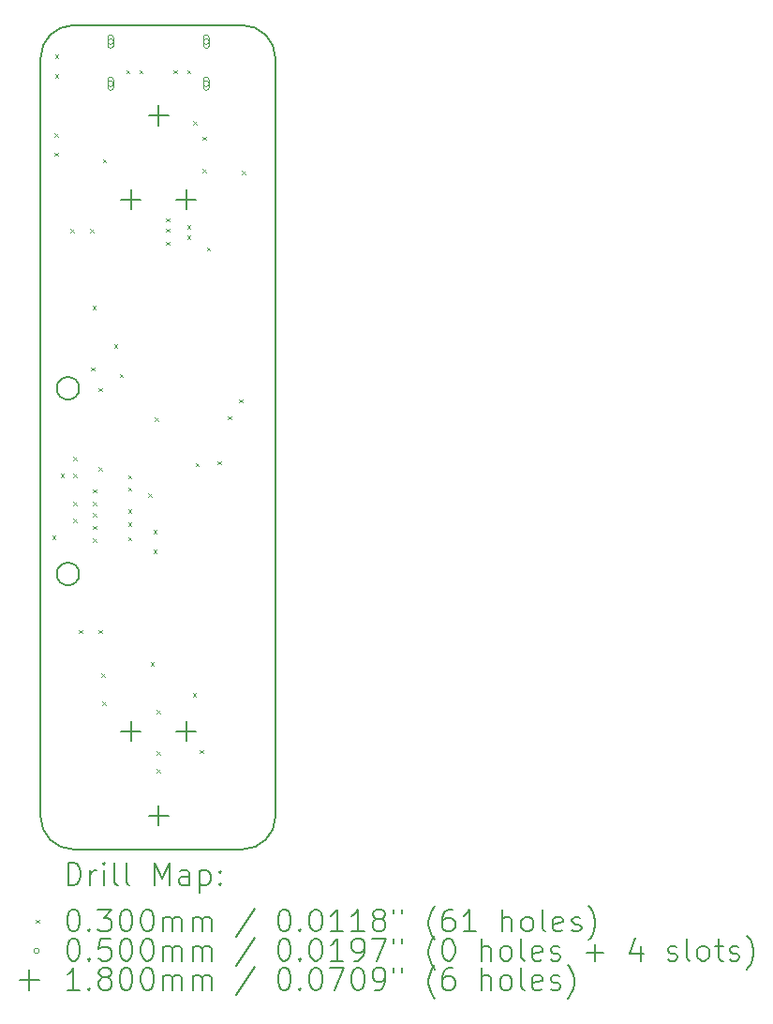
<source format=gbr>
%TF.GenerationSoftware,KiCad,Pcbnew,9.0.3*%
%TF.CreationDate,2025-11-14T23:11:59-05:00*%
%TF.ProjectId,Photon,50686f74-6f6e-42e6-9b69-6361645f7063,1.3*%
%TF.SameCoordinates,Original*%
%TF.FileFunction,Drillmap*%
%TF.FilePolarity,Positive*%
%FSLAX45Y45*%
G04 Gerber Fmt 4.5, Leading zero omitted, Abs format (unit mm)*
G04 Created by KiCad (PCBNEW 9.0.3) date 2025-11-14 23:11:59*
%MOMM*%
%LPD*%
G01*
G04 APERTURE LIST*
%ADD10C,0.200000*%
%ADD11C,0.100000*%
%ADD12C,0.180000*%
G04 APERTURE END LIST*
D10*
X4221200Y-9174200D02*
X4221200Y-2332000D01*
X6045200Y-2032000D02*
G75*
G02*
X6345200Y-2332000I0J-300000D01*
G01*
X6345200Y-9174200D02*
G75*
G02*
X6045200Y-9474200I-300000J0D01*
G01*
X4572000Y-5310402D02*
G75*
G02*
X4368800Y-5310402I-101600J0D01*
G01*
X4368800Y-5310402D02*
G75*
G02*
X4572000Y-5310402I101600J0D01*
G01*
X4572000Y-6986802D02*
G75*
G02*
X4368800Y-6986802I-101600J0D01*
G01*
X4368800Y-6986802D02*
G75*
G02*
X4572000Y-6986802I101600J0D01*
G01*
X4521200Y-2032000D02*
X6045200Y-2032000D01*
X4521200Y-9474200D02*
G75*
G02*
X4221200Y-9174200I0J300000D01*
G01*
X6345200Y-2332000D02*
X6345200Y-9174200D01*
X4221200Y-2332000D02*
G75*
G02*
X4521200Y-2032000I300000J0D01*
G01*
X6045200Y-9474200D02*
X4521200Y-9474200D01*
D11*
X4328400Y-6639800D02*
X4358400Y-6669800D01*
X4358400Y-6639800D02*
X4328400Y-6669800D01*
X4347800Y-3007050D02*
X4377800Y-3037050D01*
X4377800Y-3007050D02*
X4347800Y-3037050D01*
X4347800Y-3182450D02*
X4377800Y-3212450D01*
X4377800Y-3182450D02*
X4347800Y-3212450D01*
X4353800Y-2296400D02*
X4383800Y-2326400D01*
X4383800Y-2296400D02*
X4353800Y-2326400D01*
X4353800Y-2474200D02*
X4383800Y-2504200D01*
X4383800Y-2474200D02*
X4353800Y-2504200D01*
X4404600Y-6081000D02*
X4434600Y-6111000D01*
X4434600Y-6081000D02*
X4404600Y-6111000D01*
X4493500Y-3870200D02*
X4523500Y-3900200D01*
X4523500Y-3870200D02*
X4493500Y-3900200D01*
X4517800Y-5928600D02*
X4547800Y-5958600D01*
X4547800Y-5928600D02*
X4517800Y-5958600D01*
X4517800Y-6081000D02*
X4547800Y-6111000D01*
X4547800Y-6081000D02*
X4517800Y-6111000D01*
X4517800Y-6335000D02*
X4547800Y-6365000D01*
X4547800Y-6335000D02*
X4517800Y-6365000D01*
X4517800Y-6487400D02*
X4547800Y-6517400D01*
X4547800Y-6487400D02*
X4517800Y-6517400D01*
X4568600Y-7490700D02*
X4598600Y-7520700D01*
X4598600Y-7490700D02*
X4568600Y-7520700D01*
X4671300Y-3871200D02*
X4701300Y-3901200D01*
X4701300Y-3871200D02*
X4671300Y-3901200D01*
X4677510Y-5122010D02*
X4707510Y-5152010D01*
X4707510Y-5122010D02*
X4677510Y-5152010D01*
X4691243Y-4567072D02*
X4721243Y-4597072D01*
X4721243Y-4567072D02*
X4691243Y-4597072D01*
X4697800Y-6222200D02*
X4727800Y-6252200D01*
X4727800Y-6222200D02*
X4697800Y-6252200D01*
X4697800Y-6335000D02*
X4727800Y-6365000D01*
X4727800Y-6335000D02*
X4697800Y-6365000D01*
X4697800Y-6436600D02*
X4727800Y-6466600D01*
X4727800Y-6436600D02*
X4697800Y-6466600D01*
X4697800Y-6550760D02*
X4727800Y-6580760D01*
X4727800Y-6550760D02*
X4697800Y-6580760D01*
X4697800Y-6665200D02*
X4727800Y-6695200D01*
X4727800Y-6665200D02*
X4697800Y-6695200D01*
X4746000Y-5308079D02*
X4776000Y-5338079D01*
X4776000Y-5308079D02*
X4746000Y-5338079D01*
X4748912Y-7490700D02*
X4778912Y-7520700D01*
X4778912Y-7490700D02*
X4748912Y-7520700D01*
X4749000Y-6022338D02*
X4779000Y-6052338D01*
X4779000Y-6022338D02*
X4749000Y-6052338D01*
X4774250Y-7884400D02*
X4804250Y-7914400D01*
X4804250Y-7884400D02*
X4774250Y-7914400D01*
X4780520Y-8139620D02*
X4810520Y-8169620D01*
X4810520Y-8139620D02*
X4780520Y-8169620D01*
X4785600Y-3239940D02*
X4815600Y-3269940D01*
X4815600Y-3239940D02*
X4785600Y-3269940D01*
X4887200Y-4912321D02*
X4917200Y-4942321D01*
X4917200Y-4912321D02*
X4887200Y-4942321D01*
X4938762Y-5181562D02*
X4968762Y-5211562D01*
X4968762Y-5181562D02*
X4938762Y-5211562D01*
X4997880Y-2437600D02*
X5027880Y-2467600D01*
X5027880Y-2437600D02*
X4997880Y-2467600D01*
X5014200Y-6093700D02*
X5044200Y-6123700D01*
X5044200Y-6093700D02*
X5014200Y-6123700D01*
X5014200Y-6206500D02*
X5044200Y-6236500D01*
X5044200Y-6206500D02*
X5014200Y-6236500D01*
X5014200Y-6403400D02*
X5044200Y-6433400D01*
X5044200Y-6403400D02*
X5014200Y-6433400D01*
X5014200Y-6522400D02*
X5044200Y-6552400D01*
X5044200Y-6522400D02*
X5014200Y-6552400D01*
X5014200Y-6652500D02*
X5044200Y-6682500D01*
X5044200Y-6652500D02*
X5014200Y-6682500D01*
X5115800Y-2437600D02*
X5145800Y-2467600D01*
X5145800Y-2437600D02*
X5115800Y-2467600D01*
X5196543Y-6260320D02*
X5226543Y-6290320D01*
X5226543Y-6260320D02*
X5196543Y-6290320D01*
X5217400Y-7782800D02*
X5247400Y-7812800D01*
X5247400Y-7782800D02*
X5217400Y-7812800D01*
X5241646Y-6768783D02*
X5271646Y-6798783D01*
X5271646Y-6768783D02*
X5241646Y-6798783D01*
X5242800Y-6589000D02*
X5272800Y-6619000D01*
X5272800Y-6589000D02*
X5242800Y-6619000D01*
X5255500Y-5573000D02*
X5285500Y-5603000D01*
X5285500Y-5573000D02*
X5255500Y-5603000D01*
X5272880Y-8214600D02*
X5302880Y-8244600D01*
X5302880Y-8214600D02*
X5272880Y-8244600D01*
X5272880Y-8588000D02*
X5302880Y-8618000D01*
X5302880Y-8588000D02*
X5272880Y-8618000D01*
X5272880Y-8748000D02*
X5302880Y-8778000D01*
X5302880Y-8748000D02*
X5272880Y-8778000D01*
X5356080Y-3774680D02*
X5386080Y-3804680D01*
X5386080Y-3774680D02*
X5356080Y-3804680D01*
X5356080Y-3867559D02*
X5386080Y-3897559D01*
X5386080Y-3867559D02*
X5356080Y-3897559D01*
X5356080Y-3988040D02*
X5386080Y-4018040D01*
X5386080Y-3988040D02*
X5356080Y-4018040D01*
X5424880Y-2437600D02*
X5454880Y-2467600D01*
X5454880Y-2437600D02*
X5424880Y-2467600D01*
X5547600Y-2437600D02*
X5577600Y-2467600D01*
X5577600Y-2437600D02*
X5547600Y-2467600D01*
X5548392Y-3837219D02*
X5578392Y-3867219D01*
X5578392Y-3837219D02*
X5548392Y-3867219D01*
X5548392Y-3932468D02*
X5578392Y-3962468D01*
X5578392Y-3932468D02*
X5548392Y-3962468D01*
X5598400Y-8062200D02*
X5628400Y-8092200D01*
X5628400Y-8062200D02*
X5598400Y-8092200D01*
X5600380Y-2900940D02*
X5630380Y-2930940D01*
X5630380Y-2900940D02*
X5600380Y-2930940D01*
X5623800Y-5984480D02*
X5653800Y-6014480D01*
X5653800Y-5984480D02*
X5623800Y-6014480D01*
X5661350Y-8575280D02*
X5691350Y-8605280D01*
X5691350Y-8575280D02*
X5661350Y-8605280D01*
X5684760Y-3038080D02*
X5714760Y-3068080D01*
X5714760Y-3038080D02*
X5684760Y-3068080D01*
X5684760Y-3328980D02*
X5714760Y-3358980D01*
X5714760Y-3328980D02*
X5684760Y-3358980D01*
X5725400Y-4038840D02*
X5755400Y-4068840D01*
X5755400Y-4038840D02*
X5725400Y-4068840D01*
X5821920Y-5969240D02*
X5851920Y-5999240D01*
X5851920Y-5969240D02*
X5821920Y-5999240D01*
X5915580Y-5560033D02*
X5945580Y-5590033D01*
X5945580Y-5560033D02*
X5915580Y-5590033D01*
X6018046Y-5407354D02*
X6048046Y-5437354D01*
X6048046Y-5407354D02*
X6018046Y-5437354D01*
X6042900Y-3347960D02*
X6072900Y-3377960D01*
X6072900Y-3347960D02*
X6042900Y-3377960D01*
X4880880Y-2180600D02*
G75*
G02*
X4830880Y-2180600I-25000J0D01*
G01*
X4830880Y-2180600D02*
G75*
G02*
X4880880Y-2180600I25000J0D01*
G01*
X4880880Y-2215600D02*
X4880880Y-2145600D01*
X4830880Y-2145600D02*
G75*
G02*
X4880880Y-2145600I25000J0D01*
G01*
X4830880Y-2145600D02*
X4830880Y-2215600D01*
X4830880Y-2215600D02*
G75*
G03*
X4880880Y-2215600I25000J0D01*
G01*
X4880880Y-2560600D02*
G75*
G02*
X4830880Y-2560600I-25000J0D01*
G01*
X4830880Y-2560600D02*
G75*
G02*
X4880880Y-2560600I25000J0D01*
G01*
X4880880Y-2595600D02*
X4880880Y-2525600D01*
X4830880Y-2525600D02*
G75*
G02*
X4880880Y-2525600I25000J0D01*
G01*
X4830880Y-2525600D02*
X4830880Y-2595600D01*
X4830880Y-2595600D02*
G75*
G03*
X4880880Y-2595600I25000J0D01*
G01*
X5744880Y-2180600D02*
G75*
G02*
X5694880Y-2180600I-25000J0D01*
G01*
X5694880Y-2180600D02*
G75*
G02*
X5744880Y-2180600I25000J0D01*
G01*
X5744880Y-2215600D02*
X5744880Y-2145600D01*
X5694880Y-2145600D02*
G75*
G02*
X5744880Y-2145600I25000J0D01*
G01*
X5694880Y-2145600D02*
X5694880Y-2215600D01*
X5694880Y-2215600D02*
G75*
G03*
X5744880Y-2215600I25000J0D01*
G01*
X5744880Y-2560600D02*
G75*
G02*
X5694880Y-2560600I-25000J0D01*
G01*
X5694880Y-2560600D02*
G75*
G02*
X5744880Y-2560600I25000J0D01*
G01*
X5744880Y-2595600D02*
X5744880Y-2525600D01*
X5694880Y-2525600D02*
G75*
G02*
X5744880Y-2525600I25000J0D01*
G01*
X5694880Y-2525600D02*
X5694880Y-2595600D01*
X5694880Y-2595600D02*
G75*
G03*
X5744880Y-2595600I25000J0D01*
G01*
D12*
X5037880Y-3516800D02*
X5037880Y-3696800D01*
X4947880Y-3606800D02*
X5127880Y-3606800D01*
X5037880Y-8316800D02*
X5037880Y-8496800D01*
X4947880Y-8406800D02*
X5127880Y-8406800D01*
X5287880Y-2756800D02*
X5287880Y-2936800D01*
X5197880Y-2846800D02*
X5377880Y-2846800D01*
X5287880Y-9076800D02*
X5287880Y-9256800D01*
X5197880Y-9166800D02*
X5377880Y-9166800D01*
X5537880Y-3516800D02*
X5537880Y-3696800D01*
X5447880Y-3606800D02*
X5627880Y-3606800D01*
X5537880Y-8316800D02*
X5537880Y-8496800D01*
X5447880Y-8406800D02*
X5627880Y-8406800D01*
D10*
X4471977Y-9795684D02*
X4471977Y-9595684D01*
X4471977Y-9595684D02*
X4519596Y-9595684D01*
X4519596Y-9595684D02*
X4548167Y-9605208D01*
X4548167Y-9605208D02*
X4567215Y-9624255D01*
X4567215Y-9624255D02*
X4576739Y-9643303D01*
X4576739Y-9643303D02*
X4586263Y-9681398D01*
X4586263Y-9681398D02*
X4586263Y-9709969D01*
X4586263Y-9709969D02*
X4576739Y-9748065D01*
X4576739Y-9748065D02*
X4567215Y-9767112D01*
X4567215Y-9767112D02*
X4548167Y-9786160D01*
X4548167Y-9786160D02*
X4519596Y-9795684D01*
X4519596Y-9795684D02*
X4471977Y-9795684D01*
X4671977Y-9795684D02*
X4671977Y-9662350D01*
X4671977Y-9700446D02*
X4681501Y-9681398D01*
X4681501Y-9681398D02*
X4691024Y-9671874D01*
X4691024Y-9671874D02*
X4710072Y-9662350D01*
X4710072Y-9662350D02*
X4729120Y-9662350D01*
X4795786Y-9795684D02*
X4795786Y-9662350D01*
X4795786Y-9595684D02*
X4786263Y-9605208D01*
X4786263Y-9605208D02*
X4795786Y-9614731D01*
X4795786Y-9614731D02*
X4805310Y-9605208D01*
X4805310Y-9605208D02*
X4795786Y-9595684D01*
X4795786Y-9595684D02*
X4795786Y-9614731D01*
X4919596Y-9795684D02*
X4900548Y-9786160D01*
X4900548Y-9786160D02*
X4891024Y-9767112D01*
X4891024Y-9767112D02*
X4891024Y-9595684D01*
X5024358Y-9795684D02*
X5005310Y-9786160D01*
X5005310Y-9786160D02*
X4995786Y-9767112D01*
X4995786Y-9767112D02*
X4995786Y-9595684D01*
X5252929Y-9795684D02*
X5252929Y-9595684D01*
X5252929Y-9595684D02*
X5319596Y-9738541D01*
X5319596Y-9738541D02*
X5386263Y-9595684D01*
X5386263Y-9595684D02*
X5386263Y-9795684D01*
X5567215Y-9795684D02*
X5567215Y-9690922D01*
X5567215Y-9690922D02*
X5557691Y-9671874D01*
X5557691Y-9671874D02*
X5538644Y-9662350D01*
X5538644Y-9662350D02*
X5500548Y-9662350D01*
X5500548Y-9662350D02*
X5481501Y-9671874D01*
X5567215Y-9786160D02*
X5548167Y-9795684D01*
X5548167Y-9795684D02*
X5500548Y-9795684D01*
X5500548Y-9795684D02*
X5481501Y-9786160D01*
X5481501Y-9786160D02*
X5471977Y-9767112D01*
X5471977Y-9767112D02*
X5471977Y-9748065D01*
X5471977Y-9748065D02*
X5481501Y-9729017D01*
X5481501Y-9729017D02*
X5500548Y-9719493D01*
X5500548Y-9719493D02*
X5548167Y-9719493D01*
X5548167Y-9719493D02*
X5567215Y-9709969D01*
X5662453Y-9662350D02*
X5662453Y-9862350D01*
X5662453Y-9671874D02*
X5681501Y-9662350D01*
X5681501Y-9662350D02*
X5719596Y-9662350D01*
X5719596Y-9662350D02*
X5738643Y-9671874D01*
X5738643Y-9671874D02*
X5748167Y-9681398D01*
X5748167Y-9681398D02*
X5757691Y-9700446D01*
X5757691Y-9700446D02*
X5757691Y-9757588D01*
X5757691Y-9757588D02*
X5748167Y-9776636D01*
X5748167Y-9776636D02*
X5738643Y-9786160D01*
X5738643Y-9786160D02*
X5719596Y-9795684D01*
X5719596Y-9795684D02*
X5681501Y-9795684D01*
X5681501Y-9795684D02*
X5662453Y-9786160D01*
X5843405Y-9776636D02*
X5852929Y-9786160D01*
X5852929Y-9786160D02*
X5843405Y-9795684D01*
X5843405Y-9795684D02*
X5833882Y-9786160D01*
X5833882Y-9786160D02*
X5843405Y-9776636D01*
X5843405Y-9776636D02*
X5843405Y-9795684D01*
X5843405Y-9671874D02*
X5852929Y-9681398D01*
X5852929Y-9681398D02*
X5843405Y-9690922D01*
X5843405Y-9690922D02*
X5833882Y-9681398D01*
X5833882Y-9681398D02*
X5843405Y-9671874D01*
X5843405Y-9671874D02*
X5843405Y-9690922D01*
D11*
X4181200Y-10109200D02*
X4211200Y-10139200D01*
X4211200Y-10109200D02*
X4181200Y-10139200D01*
D10*
X4510072Y-10015684D02*
X4529120Y-10015684D01*
X4529120Y-10015684D02*
X4548167Y-10025208D01*
X4548167Y-10025208D02*
X4557691Y-10034731D01*
X4557691Y-10034731D02*
X4567215Y-10053779D01*
X4567215Y-10053779D02*
X4576739Y-10091874D01*
X4576739Y-10091874D02*
X4576739Y-10139493D01*
X4576739Y-10139493D02*
X4567215Y-10177588D01*
X4567215Y-10177588D02*
X4557691Y-10196636D01*
X4557691Y-10196636D02*
X4548167Y-10206160D01*
X4548167Y-10206160D02*
X4529120Y-10215684D01*
X4529120Y-10215684D02*
X4510072Y-10215684D01*
X4510072Y-10215684D02*
X4491024Y-10206160D01*
X4491024Y-10206160D02*
X4481501Y-10196636D01*
X4481501Y-10196636D02*
X4471977Y-10177588D01*
X4471977Y-10177588D02*
X4462453Y-10139493D01*
X4462453Y-10139493D02*
X4462453Y-10091874D01*
X4462453Y-10091874D02*
X4471977Y-10053779D01*
X4471977Y-10053779D02*
X4481501Y-10034731D01*
X4481501Y-10034731D02*
X4491024Y-10025208D01*
X4491024Y-10025208D02*
X4510072Y-10015684D01*
X4662453Y-10196636D02*
X4671977Y-10206160D01*
X4671977Y-10206160D02*
X4662453Y-10215684D01*
X4662453Y-10215684D02*
X4652929Y-10206160D01*
X4652929Y-10206160D02*
X4662453Y-10196636D01*
X4662453Y-10196636D02*
X4662453Y-10215684D01*
X4738644Y-10015684D02*
X4862453Y-10015684D01*
X4862453Y-10015684D02*
X4795786Y-10091874D01*
X4795786Y-10091874D02*
X4824358Y-10091874D01*
X4824358Y-10091874D02*
X4843405Y-10101398D01*
X4843405Y-10101398D02*
X4852929Y-10110922D01*
X4852929Y-10110922D02*
X4862453Y-10129969D01*
X4862453Y-10129969D02*
X4862453Y-10177588D01*
X4862453Y-10177588D02*
X4852929Y-10196636D01*
X4852929Y-10196636D02*
X4843405Y-10206160D01*
X4843405Y-10206160D02*
X4824358Y-10215684D01*
X4824358Y-10215684D02*
X4767215Y-10215684D01*
X4767215Y-10215684D02*
X4748167Y-10206160D01*
X4748167Y-10206160D02*
X4738644Y-10196636D01*
X4986263Y-10015684D02*
X5005310Y-10015684D01*
X5005310Y-10015684D02*
X5024358Y-10025208D01*
X5024358Y-10025208D02*
X5033882Y-10034731D01*
X5033882Y-10034731D02*
X5043405Y-10053779D01*
X5043405Y-10053779D02*
X5052929Y-10091874D01*
X5052929Y-10091874D02*
X5052929Y-10139493D01*
X5052929Y-10139493D02*
X5043405Y-10177588D01*
X5043405Y-10177588D02*
X5033882Y-10196636D01*
X5033882Y-10196636D02*
X5024358Y-10206160D01*
X5024358Y-10206160D02*
X5005310Y-10215684D01*
X5005310Y-10215684D02*
X4986263Y-10215684D01*
X4986263Y-10215684D02*
X4967215Y-10206160D01*
X4967215Y-10206160D02*
X4957691Y-10196636D01*
X4957691Y-10196636D02*
X4948167Y-10177588D01*
X4948167Y-10177588D02*
X4938644Y-10139493D01*
X4938644Y-10139493D02*
X4938644Y-10091874D01*
X4938644Y-10091874D02*
X4948167Y-10053779D01*
X4948167Y-10053779D02*
X4957691Y-10034731D01*
X4957691Y-10034731D02*
X4967215Y-10025208D01*
X4967215Y-10025208D02*
X4986263Y-10015684D01*
X5176739Y-10015684D02*
X5195786Y-10015684D01*
X5195786Y-10015684D02*
X5214834Y-10025208D01*
X5214834Y-10025208D02*
X5224358Y-10034731D01*
X5224358Y-10034731D02*
X5233882Y-10053779D01*
X5233882Y-10053779D02*
X5243405Y-10091874D01*
X5243405Y-10091874D02*
X5243405Y-10139493D01*
X5243405Y-10139493D02*
X5233882Y-10177588D01*
X5233882Y-10177588D02*
X5224358Y-10196636D01*
X5224358Y-10196636D02*
X5214834Y-10206160D01*
X5214834Y-10206160D02*
X5195786Y-10215684D01*
X5195786Y-10215684D02*
X5176739Y-10215684D01*
X5176739Y-10215684D02*
X5157691Y-10206160D01*
X5157691Y-10206160D02*
X5148167Y-10196636D01*
X5148167Y-10196636D02*
X5138644Y-10177588D01*
X5138644Y-10177588D02*
X5129120Y-10139493D01*
X5129120Y-10139493D02*
X5129120Y-10091874D01*
X5129120Y-10091874D02*
X5138644Y-10053779D01*
X5138644Y-10053779D02*
X5148167Y-10034731D01*
X5148167Y-10034731D02*
X5157691Y-10025208D01*
X5157691Y-10025208D02*
X5176739Y-10015684D01*
X5329120Y-10215684D02*
X5329120Y-10082350D01*
X5329120Y-10101398D02*
X5338644Y-10091874D01*
X5338644Y-10091874D02*
X5357691Y-10082350D01*
X5357691Y-10082350D02*
X5386263Y-10082350D01*
X5386263Y-10082350D02*
X5405310Y-10091874D01*
X5405310Y-10091874D02*
X5414834Y-10110922D01*
X5414834Y-10110922D02*
X5414834Y-10215684D01*
X5414834Y-10110922D02*
X5424358Y-10091874D01*
X5424358Y-10091874D02*
X5443405Y-10082350D01*
X5443405Y-10082350D02*
X5471977Y-10082350D01*
X5471977Y-10082350D02*
X5491025Y-10091874D01*
X5491025Y-10091874D02*
X5500548Y-10110922D01*
X5500548Y-10110922D02*
X5500548Y-10215684D01*
X5595786Y-10215684D02*
X5595786Y-10082350D01*
X5595786Y-10101398D02*
X5605310Y-10091874D01*
X5605310Y-10091874D02*
X5624358Y-10082350D01*
X5624358Y-10082350D02*
X5652929Y-10082350D01*
X5652929Y-10082350D02*
X5671977Y-10091874D01*
X5671977Y-10091874D02*
X5681501Y-10110922D01*
X5681501Y-10110922D02*
X5681501Y-10215684D01*
X5681501Y-10110922D02*
X5691024Y-10091874D01*
X5691024Y-10091874D02*
X5710072Y-10082350D01*
X5710072Y-10082350D02*
X5738643Y-10082350D01*
X5738643Y-10082350D02*
X5757691Y-10091874D01*
X5757691Y-10091874D02*
X5767215Y-10110922D01*
X5767215Y-10110922D02*
X5767215Y-10215684D01*
X6157691Y-10006160D02*
X5986263Y-10263303D01*
X6414834Y-10015684D02*
X6433882Y-10015684D01*
X6433882Y-10015684D02*
X6452929Y-10025208D01*
X6452929Y-10025208D02*
X6462453Y-10034731D01*
X6462453Y-10034731D02*
X6471977Y-10053779D01*
X6471977Y-10053779D02*
X6481501Y-10091874D01*
X6481501Y-10091874D02*
X6481501Y-10139493D01*
X6481501Y-10139493D02*
X6471977Y-10177588D01*
X6471977Y-10177588D02*
X6462453Y-10196636D01*
X6462453Y-10196636D02*
X6452929Y-10206160D01*
X6452929Y-10206160D02*
X6433882Y-10215684D01*
X6433882Y-10215684D02*
X6414834Y-10215684D01*
X6414834Y-10215684D02*
X6395786Y-10206160D01*
X6395786Y-10206160D02*
X6386263Y-10196636D01*
X6386263Y-10196636D02*
X6376739Y-10177588D01*
X6376739Y-10177588D02*
X6367215Y-10139493D01*
X6367215Y-10139493D02*
X6367215Y-10091874D01*
X6367215Y-10091874D02*
X6376739Y-10053779D01*
X6376739Y-10053779D02*
X6386263Y-10034731D01*
X6386263Y-10034731D02*
X6395786Y-10025208D01*
X6395786Y-10025208D02*
X6414834Y-10015684D01*
X6567215Y-10196636D02*
X6576739Y-10206160D01*
X6576739Y-10206160D02*
X6567215Y-10215684D01*
X6567215Y-10215684D02*
X6557691Y-10206160D01*
X6557691Y-10206160D02*
X6567215Y-10196636D01*
X6567215Y-10196636D02*
X6567215Y-10215684D01*
X6700548Y-10015684D02*
X6719596Y-10015684D01*
X6719596Y-10015684D02*
X6738644Y-10025208D01*
X6738644Y-10025208D02*
X6748167Y-10034731D01*
X6748167Y-10034731D02*
X6757691Y-10053779D01*
X6757691Y-10053779D02*
X6767215Y-10091874D01*
X6767215Y-10091874D02*
X6767215Y-10139493D01*
X6767215Y-10139493D02*
X6757691Y-10177588D01*
X6757691Y-10177588D02*
X6748167Y-10196636D01*
X6748167Y-10196636D02*
X6738644Y-10206160D01*
X6738644Y-10206160D02*
X6719596Y-10215684D01*
X6719596Y-10215684D02*
X6700548Y-10215684D01*
X6700548Y-10215684D02*
X6681501Y-10206160D01*
X6681501Y-10206160D02*
X6671977Y-10196636D01*
X6671977Y-10196636D02*
X6662453Y-10177588D01*
X6662453Y-10177588D02*
X6652929Y-10139493D01*
X6652929Y-10139493D02*
X6652929Y-10091874D01*
X6652929Y-10091874D02*
X6662453Y-10053779D01*
X6662453Y-10053779D02*
X6671977Y-10034731D01*
X6671977Y-10034731D02*
X6681501Y-10025208D01*
X6681501Y-10025208D02*
X6700548Y-10015684D01*
X6957691Y-10215684D02*
X6843406Y-10215684D01*
X6900548Y-10215684D02*
X6900548Y-10015684D01*
X6900548Y-10015684D02*
X6881501Y-10044255D01*
X6881501Y-10044255D02*
X6862453Y-10063303D01*
X6862453Y-10063303D02*
X6843406Y-10072827D01*
X7148167Y-10215684D02*
X7033882Y-10215684D01*
X7091025Y-10215684D02*
X7091025Y-10015684D01*
X7091025Y-10015684D02*
X7071977Y-10044255D01*
X7071977Y-10044255D02*
X7052929Y-10063303D01*
X7052929Y-10063303D02*
X7033882Y-10072827D01*
X7262453Y-10101398D02*
X7243406Y-10091874D01*
X7243406Y-10091874D02*
X7233882Y-10082350D01*
X7233882Y-10082350D02*
X7224358Y-10063303D01*
X7224358Y-10063303D02*
X7224358Y-10053779D01*
X7224358Y-10053779D02*
X7233882Y-10034731D01*
X7233882Y-10034731D02*
X7243406Y-10025208D01*
X7243406Y-10025208D02*
X7262453Y-10015684D01*
X7262453Y-10015684D02*
X7300548Y-10015684D01*
X7300548Y-10015684D02*
X7319596Y-10025208D01*
X7319596Y-10025208D02*
X7329120Y-10034731D01*
X7329120Y-10034731D02*
X7338644Y-10053779D01*
X7338644Y-10053779D02*
X7338644Y-10063303D01*
X7338644Y-10063303D02*
X7329120Y-10082350D01*
X7329120Y-10082350D02*
X7319596Y-10091874D01*
X7319596Y-10091874D02*
X7300548Y-10101398D01*
X7300548Y-10101398D02*
X7262453Y-10101398D01*
X7262453Y-10101398D02*
X7243406Y-10110922D01*
X7243406Y-10110922D02*
X7233882Y-10120446D01*
X7233882Y-10120446D02*
X7224358Y-10139493D01*
X7224358Y-10139493D02*
X7224358Y-10177588D01*
X7224358Y-10177588D02*
X7233882Y-10196636D01*
X7233882Y-10196636D02*
X7243406Y-10206160D01*
X7243406Y-10206160D02*
X7262453Y-10215684D01*
X7262453Y-10215684D02*
X7300548Y-10215684D01*
X7300548Y-10215684D02*
X7319596Y-10206160D01*
X7319596Y-10206160D02*
X7329120Y-10196636D01*
X7329120Y-10196636D02*
X7338644Y-10177588D01*
X7338644Y-10177588D02*
X7338644Y-10139493D01*
X7338644Y-10139493D02*
X7329120Y-10120446D01*
X7329120Y-10120446D02*
X7319596Y-10110922D01*
X7319596Y-10110922D02*
X7300548Y-10101398D01*
X7414834Y-10015684D02*
X7414834Y-10053779D01*
X7491025Y-10015684D02*
X7491025Y-10053779D01*
X7786263Y-10291874D02*
X7776739Y-10282350D01*
X7776739Y-10282350D02*
X7757691Y-10253779D01*
X7757691Y-10253779D02*
X7748168Y-10234731D01*
X7748168Y-10234731D02*
X7738644Y-10206160D01*
X7738644Y-10206160D02*
X7729120Y-10158541D01*
X7729120Y-10158541D02*
X7729120Y-10120446D01*
X7729120Y-10120446D02*
X7738644Y-10072827D01*
X7738644Y-10072827D02*
X7748168Y-10044255D01*
X7748168Y-10044255D02*
X7757691Y-10025208D01*
X7757691Y-10025208D02*
X7776739Y-9996636D01*
X7776739Y-9996636D02*
X7786263Y-9987112D01*
X7948168Y-10015684D02*
X7910072Y-10015684D01*
X7910072Y-10015684D02*
X7891025Y-10025208D01*
X7891025Y-10025208D02*
X7881501Y-10034731D01*
X7881501Y-10034731D02*
X7862453Y-10063303D01*
X7862453Y-10063303D02*
X7852929Y-10101398D01*
X7852929Y-10101398D02*
X7852929Y-10177588D01*
X7852929Y-10177588D02*
X7862453Y-10196636D01*
X7862453Y-10196636D02*
X7871977Y-10206160D01*
X7871977Y-10206160D02*
X7891025Y-10215684D01*
X7891025Y-10215684D02*
X7929120Y-10215684D01*
X7929120Y-10215684D02*
X7948168Y-10206160D01*
X7948168Y-10206160D02*
X7957691Y-10196636D01*
X7957691Y-10196636D02*
X7967215Y-10177588D01*
X7967215Y-10177588D02*
X7967215Y-10129969D01*
X7967215Y-10129969D02*
X7957691Y-10110922D01*
X7957691Y-10110922D02*
X7948168Y-10101398D01*
X7948168Y-10101398D02*
X7929120Y-10091874D01*
X7929120Y-10091874D02*
X7891025Y-10091874D01*
X7891025Y-10091874D02*
X7871977Y-10101398D01*
X7871977Y-10101398D02*
X7862453Y-10110922D01*
X7862453Y-10110922D02*
X7852929Y-10129969D01*
X8157691Y-10215684D02*
X8043406Y-10215684D01*
X8100548Y-10215684D02*
X8100548Y-10015684D01*
X8100548Y-10015684D02*
X8081501Y-10044255D01*
X8081501Y-10044255D02*
X8062453Y-10063303D01*
X8062453Y-10063303D02*
X8043406Y-10072827D01*
X8395787Y-10215684D02*
X8395787Y-10015684D01*
X8481501Y-10215684D02*
X8481501Y-10110922D01*
X8481501Y-10110922D02*
X8471977Y-10091874D01*
X8471977Y-10091874D02*
X8452930Y-10082350D01*
X8452930Y-10082350D02*
X8424358Y-10082350D01*
X8424358Y-10082350D02*
X8405311Y-10091874D01*
X8405311Y-10091874D02*
X8395787Y-10101398D01*
X8605311Y-10215684D02*
X8586263Y-10206160D01*
X8586263Y-10206160D02*
X8576739Y-10196636D01*
X8576739Y-10196636D02*
X8567215Y-10177588D01*
X8567215Y-10177588D02*
X8567215Y-10120446D01*
X8567215Y-10120446D02*
X8576739Y-10101398D01*
X8576739Y-10101398D02*
X8586263Y-10091874D01*
X8586263Y-10091874D02*
X8605311Y-10082350D01*
X8605311Y-10082350D02*
X8633882Y-10082350D01*
X8633882Y-10082350D02*
X8652930Y-10091874D01*
X8652930Y-10091874D02*
X8662453Y-10101398D01*
X8662453Y-10101398D02*
X8671977Y-10120446D01*
X8671977Y-10120446D02*
X8671977Y-10177588D01*
X8671977Y-10177588D02*
X8662453Y-10196636D01*
X8662453Y-10196636D02*
X8652930Y-10206160D01*
X8652930Y-10206160D02*
X8633882Y-10215684D01*
X8633882Y-10215684D02*
X8605311Y-10215684D01*
X8786263Y-10215684D02*
X8767215Y-10206160D01*
X8767215Y-10206160D02*
X8757692Y-10187112D01*
X8757692Y-10187112D02*
X8757692Y-10015684D01*
X8938644Y-10206160D02*
X8919596Y-10215684D01*
X8919596Y-10215684D02*
X8881501Y-10215684D01*
X8881501Y-10215684D02*
X8862453Y-10206160D01*
X8862453Y-10206160D02*
X8852930Y-10187112D01*
X8852930Y-10187112D02*
X8852930Y-10110922D01*
X8852930Y-10110922D02*
X8862453Y-10091874D01*
X8862453Y-10091874D02*
X8881501Y-10082350D01*
X8881501Y-10082350D02*
X8919596Y-10082350D01*
X8919596Y-10082350D02*
X8938644Y-10091874D01*
X8938644Y-10091874D02*
X8948168Y-10110922D01*
X8948168Y-10110922D02*
X8948168Y-10129969D01*
X8948168Y-10129969D02*
X8852930Y-10149017D01*
X9024358Y-10206160D02*
X9043406Y-10215684D01*
X9043406Y-10215684D02*
X9081501Y-10215684D01*
X9081501Y-10215684D02*
X9100549Y-10206160D01*
X9100549Y-10206160D02*
X9110073Y-10187112D01*
X9110073Y-10187112D02*
X9110073Y-10177588D01*
X9110073Y-10177588D02*
X9100549Y-10158541D01*
X9100549Y-10158541D02*
X9081501Y-10149017D01*
X9081501Y-10149017D02*
X9052930Y-10149017D01*
X9052930Y-10149017D02*
X9033882Y-10139493D01*
X9033882Y-10139493D02*
X9024358Y-10120446D01*
X9024358Y-10120446D02*
X9024358Y-10110922D01*
X9024358Y-10110922D02*
X9033882Y-10091874D01*
X9033882Y-10091874D02*
X9052930Y-10082350D01*
X9052930Y-10082350D02*
X9081501Y-10082350D01*
X9081501Y-10082350D02*
X9100549Y-10091874D01*
X9176739Y-10291874D02*
X9186263Y-10282350D01*
X9186263Y-10282350D02*
X9205311Y-10253779D01*
X9205311Y-10253779D02*
X9214834Y-10234731D01*
X9214834Y-10234731D02*
X9224358Y-10206160D01*
X9224358Y-10206160D02*
X9233882Y-10158541D01*
X9233882Y-10158541D02*
X9233882Y-10120446D01*
X9233882Y-10120446D02*
X9224358Y-10072827D01*
X9224358Y-10072827D02*
X9214834Y-10044255D01*
X9214834Y-10044255D02*
X9205311Y-10025208D01*
X9205311Y-10025208D02*
X9186263Y-9996636D01*
X9186263Y-9996636D02*
X9176739Y-9987112D01*
D11*
X4211200Y-10388200D02*
G75*
G02*
X4161200Y-10388200I-25000J0D01*
G01*
X4161200Y-10388200D02*
G75*
G02*
X4211200Y-10388200I25000J0D01*
G01*
D10*
X4510072Y-10279684D02*
X4529120Y-10279684D01*
X4529120Y-10279684D02*
X4548167Y-10289208D01*
X4548167Y-10289208D02*
X4557691Y-10298731D01*
X4557691Y-10298731D02*
X4567215Y-10317779D01*
X4567215Y-10317779D02*
X4576739Y-10355874D01*
X4576739Y-10355874D02*
X4576739Y-10403493D01*
X4576739Y-10403493D02*
X4567215Y-10441588D01*
X4567215Y-10441588D02*
X4557691Y-10460636D01*
X4557691Y-10460636D02*
X4548167Y-10470160D01*
X4548167Y-10470160D02*
X4529120Y-10479684D01*
X4529120Y-10479684D02*
X4510072Y-10479684D01*
X4510072Y-10479684D02*
X4491024Y-10470160D01*
X4491024Y-10470160D02*
X4481501Y-10460636D01*
X4481501Y-10460636D02*
X4471977Y-10441588D01*
X4471977Y-10441588D02*
X4462453Y-10403493D01*
X4462453Y-10403493D02*
X4462453Y-10355874D01*
X4462453Y-10355874D02*
X4471977Y-10317779D01*
X4471977Y-10317779D02*
X4481501Y-10298731D01*
X4481501Y-10298731D02*
X4491024Y-10289208D01*
X4491024Y-10289208D02*
X4510072Y-10279684D01*
X4662453Y-10460636D02*
X4671977Y-10470160D01*
X4671977Y-10470160D02*
X4662453Y-10479684D01*
X4662453Y-10479684D02*
X4652929Y-10470160D01*
X4652929Y-10470160D02*
X4662453Y-10460636D01*
X4662453Y-10460636D02*
X4662453Y-10479684D01*
X4852929Y-10279684D02*
X4757691Y-10279684D01*
X4757691Y-10279684D02*
X4748167Y-10374922D01*
X4748167Y-10374922D02*
X4757691Y-10365398D01*
X4757691Y-10365398D02*
X4776739Y-10355874D01*
X4776739Y-10355874D02*
X4824358Y-10355874D01*
X4824358Y-10355874D02*
X4843405Y-10365398D01*
X4843405Y-10365398D02*
X4852929Y-10374922D01*
X4852929Y-10374922D02*
X4862453Y-10393969D01*
X4862453Y-10393969D02*
X4862453Y-10441588D01*
X4862453Y-10441588D02*
X4852929Y-10460636D01*
X4852929Y-10460636D02*
X4843405Y-10470160D01*
X4843405Y-10470160D02*
X4824358Y-10479684D01*
X4824358Y-10479684D02*
X4776739Y-10479684D01*
X4776739Y-10479684D02*
X4757691Y-10470160D01*
X4757691Y-10470160D02*
X4748167Y-10460636D01*
X4986263Y-10279684D02*
X5005310Y-10279684D01*
X5005310Y-10279684D02*
X5024358Y-10289208D01*
X5024358Y-10289208D02*
X5033882Y-10298731D01*
X5033882Y-10298731D02*
X5043405Y-10317779D01*
X5043405Y-10317779D02*
X5052929Y-10355874D01*
X5052929Y-10355874D02*
X5052929Y-10403493D01*
X5052929Y-10403493D02*
X5043405Y-10441588D01*
X5043405Y-10441588D02*
X5033882Y-10460636D01*
X5033882Y-10460636D02*
X5024358Y-10470160D01*
X5024358Y-10470160D02*
X5005310Y-10479684D01*
X5005310Y-10479684D02*
X4986263Y-10479684D01*
X4986263Y-10479684D02*
X4967215Y-10470160D01*
X4967215Y-10470160D02*
X4957691Y-10460636D01*
X4957691Y-10460636D02*
X4948167Y-10441588D01*
X4948167Y-10441588D02*
X4938644Y-10403493D01*
X4938644Y-10403493D02*
X4938644Y-10355874D01*
X4938644Y-10355874D02*
X4948167Y-10317779D01*
X4948167Y-10317779D02*
X4957691Y-10298731D01*
X4957691Y-10298731D02*
X4967215Y-10289208D01*
X4967215Y-10289208D02*
X4986263Y-10279684D01*
X5176739Y-10279684D02*
X5195786Y-10279684D01*
X5195786Y-10279684D02*
X5214834Y-10289208D01*
X5214834Y-10289208D02*
X5224358Y-10298731D01*
X5224358Y-10298731D02*
X5233882Y-10317779D01*
X5233882Y-10317779D02*
X5243405Y-10355874D01*
X5243405Y-10355874D02*
X5243405Y-10403493D01*
X5243405Y-10403493D02*
X5233882Y-10441588D01*
X5233882Y-10441588D02*
X5224358Y-10460636D01*
X5224358Y-10460636D02*
X5214834Y-10470160D01*
X5214834Y-10470160D02*
X5195786Y-10479684D01*
X5195786Y-10479684D02*
X5176739Y-10479684D01*
X5176739Y-10479684D02*
X5157691Y-10470160D01*
X5157691Y-10470160D02*
X5148167Y-10460636D01*
X5148167Y-10460636D02*
X5138644Y-10441588D01*
X5138644Y-10441588D02*
X5129120Y-10403493D01*
X5129120Y-10403493D02*
X5129120Y-10355874D01*
X5129120Y-10355874D02*
X5138644Y-10317779D01*
X5138644Y-10317779D02*
X5148167Y-10298731D01*
X5148167Y-10298731D02*
X5157691Y-10289208D01*
X5157691Y-10289208D02*
X5176739Y-10279684D01*
X5329120Y-10479684D02*
X5329120Y-10346350D01*
X5329120Y-10365398D02*
X5338644Y-10355874D01*
X5338644Y-10355874D02*
X5357691Y-10346350D01*
X5357691Y-10346350D02*
X5386263Y-10346350D01*
X5386263Y-10346350D02*
X5405310Y-10355874D01*
X5405310Y-10355874D02*
X5414834Y-10374922D01*
X5414834Y-10374922D02*
X5414834Y-10479684D01*
X5414834Y-10374922D02*
X5424358Y-10355874D01*
X5424358Y-10355874D02*
X5443405Y-10346350D01*
X5443405Y-10346350D02*
X5471977Y-10346350D01*
X5471977Y-10346350D02*
X5491025Y-10355874D01*
X5491025Y-10355874D02*
X5500548Y-10374922D01*
X5500548Y-10374922D02*
X5500548Y-10479684D01*
X5595786Y-10479684D02*
X5595786Y-10346350D01*
X5595786Y-10365398D02*
X5605310Y-10355874D01*
X5605310Y-10355874D02*
X5624358Y-10346350D01*
X5624358Y-10346350D02*
X5652929Y-10346350D01*
X5652929Y-10346350D02*
X5671977Y-10355874D01*
X5671977Y-10355874D02*
X5681501Y-10374922D01*
X5681501Y-10374922D02*
X5681501Y-10479684D01*
X5681501Y-10374922D02*
X5691024Y-10355874D01*
X5691024Y-10355874D02*
X5710072Y-10346350D01*
X5710072Y-10346350D02*
X5738643Y-10346350D01*
X5738643Y-10346350D02*
X5757691Y-10355874D01*
X5757691Y-10355874D02*
X5767215Y-10374922D01*
X5767215Y-10374922D02*
X5767215Y-10479684D01*
X6157691Y-10270160D02*
X5986263Y-10527303D01*
X6414834Y-10279684D02*
X6433882Y-10279684D01*
X6433882Y-10279684D02*
X6452929Y-10289208D01*
X6452929Y-10289208D02*
X6462453Y-10298731D01*
X6462453Y-10298731D02*
X6471977Y-10317779D01*
X6471977Y-10317779D02*
X6481501Y-10355874D01*
X6481501Y-10355874D02*
X6481501Y-10403493D01*
X6481501Y-10403493D02*
X6471977Y-10441588D01*
X6471977Y-10441588D02*
X6462453Y-10460636D01*
X6462453Y-10460636D02*
X6452929Y-10470160D01*
X6452929Y-10470160D02*
X6433882Y-10479684D01*
X6433882Y-10479684D02*
X6414834Y-10479684D01*
X6414834Y-10479684D02*
X6395786Y-10470160D01*
X6395786Y-10470160D02*
X6386263Y-10460636D01*
X6386263Y-10460636D02*
X6376739Y-10441588D01*
X6376739Y-10441588D02*
X6367215Y-10403493D01*
X6367215Y-10403493D02*
X6367215Y-10355874D01*
X6367215Y-10355874D02*
X6376739Y-10317779D01*
X6376739Y-10317779D02*
X6386263Y-10298731D01*
X6386263Y-10298731D02*
X6395786Y-10289208D01*
X6395786Y-10289208D02*
X6414834Y-10279684D01*
X6567215Y-10460636D02*
X6576739Y-10470160D01*
X6576739Y-10470160D02*
X6567215Y-10479684D01*
X6567215Y-10479684D02*
X6557691Y-10470160D01*
X6557691Y-10470160D02*
X6567215Y-10460636D01*
X6567215Y-10460636D02*
X6567215Y-10479684D01*
X6700548Y-10279684D02*
X6719596Y-10279684D01*
X6719596Y-10279684D02*
X6738644Y-10289208D01*
X6738644Y-10289208D02*
X6748167Y-10298731D01*
X6748167Y-10298731D02*
X6757691Y-10317779D01*
X6757691Y-10317779D02*
X6767215Y-10355874D01*
X6767215Y-10355874D02*
X6767215Y-10403493D01*
X6767215Y-10403493D02*
X6757691Y-10441588D01*
X6757691Y-10441588D02*
X6748167Y-10460636D01*
X6748167Y-10460636D02*
X6738644Y-10470160D01*
X6738644Y-10470160D02*
X6719596Y-10479684D01*
X6719596Y-10479684D02*
X6700548Y-10479684D01*
X6700548Y-10479684D02*
X6681501Y-10470160D01*
X6681501Y-10470160D02*
X6671977Y-10460636D01*
X6671977Y-10460636D02*
X6662453Y-10441588D01*
X6662453Y-10441588D02*
X6652929Y-10403493D01*
X6652929Y-10403493D02*
X6652929Y-10355874D01*
X6652929Y-10355874D02*
X6662453Y-10317779D01*
X6662453Y-10317779D02*
X6671977Y-10298731D01*
X6671977Y-10298731D02*
X6681501Y-10289208D01*
X6681501Y-10289208D02*
X6700548Y-10279684D01*
X6957691Y-10479684D02*
X6843406Y-10479684D01*
X6900548Y-10479684D02*
X6900548Y-10279684D01*
X6900548Y-10279684D02*
X6881501Y-10308255D01*
X6881501Y-10308255D02*
X6862453Y-10327303D01*
X6862453Y-10327303D02*
X6843406Y-10336827D01*
X7052929Y-10479684D02*
X7091025Y-10479684D01*
X7091025Y-10479684D02*
X7110072Y-10470160D01*
X7110072Y-10470160D02*
X7119596Y-10460636D01*
X7119596Y-10460636D02*
X7138644Y-10432065D01*
X7138644Y-10432065D02*
X7148167Y-10393969D01*
X7148167Y-10393969D02*
X7148167Y-10317779D01*
X7148167Y-10317779D02*
X7138644Y-10298731D01*
X7138644Y-10298731D02*
X7129120Y-10289208D01*
X7129120Y-10289208D02*
X7110072Y-10279684D01*
X7110072Y-10279684D02*
X7071977Y-10279684D01*
X7071977Y-10279684D02*
X7052929Y-10289208D01*
X7052929Y-10289208D02*
X7043406Y-10298731D01*
X7043406Y-10298731D02*
X7033882Y-10317779D01*
X7033882Y-10317779D02*
X7033882Y-10365398D01*
X7033882Y-10365398D02*
X7043406Y-10384446D01*
X7043406Y-10384446D02*
X7052929Y-10393969D01*
X7052929Y-10393969D02*
X7071977Y-10403493D01*
X7071977Y-10403493D02*
X7110072Y-10403493D01*
X7110072Y-10403493D02*
X7129120Y-10393969D01*
X7129120Y-10393969D02*
X7138644Y-10384446D01*
X7138644Y-10384446D02*
X7148167Y-10365398D01*
X7214834Y-10279684D02*
X7348167Y-10279684D01*
X7348167Y-10279684D02*
X7262453Y-10479684D01*
X7414834Y-10279684D02*
X7414834Y-10317779D01*
X7491025Y-10279684D02*
X7491025Y-10317779D01*
X7786263Y-10555874D02*
X7776739Y-10546350D01*
X7776739Y-10546350D02*
X7757691Y-10517779D01*
X7757691Y-10517779D02*
X7748168Y-10498731D01*
X7748168Y-10498731D02*
X7738644Y-10470160D01*
X7738644Y-10470160D02*
X7729120Y-10422541D01*
X7729120Y-10422541D02*
X7729120Y-10384446D01*
X7729120Y-10384446D02*
X7738644Y-10336827D01*
X7738644Y-10336827D02*
X7748168Y-10308255D01*
X7748168Y-10308255D02*
X7757691Y-10289208D01*
X7757691Y-10289208D02*
X7776739Y-10260636D01*
X7776739Y-10260636D02*
X7786263Y-10251112D01*
X7900548Y-10279684D02*
X7919596Y-10279684D01*
X7919596Y-10279684D02*
X7938644Y-10289208D01*
X7938644Y-10289208D02*
X7948168Y-10298731D01*
X7948168Y-10298731D02*
X7957691Y-10317779D01*
X7957691Y-10317779D02*
X7967215Y-10355874D01*
X7967215Y-10355874D02*
X7967215Y-10403493D01*
X7967215Y-10403493D02*
X7957691Y-10441588D01*
X7957691Y-10441588D02*
X7948168Y-10460636D01*
X7948168Y-10460636D02*
X7938644Y-10470160D01*
X7938644Y-10470160D02*
X7919596Y-10479684D01*
X7919596Y-10479684D02*
X7900548Y-10479684D01*
X7900548Y-10479684D02*
X7881501Y-10470160D01*
X7881501Y-10470160D02*
X7871977Y-10460636D01*
X7871977Y-10460636D02*
X7862453Y-10441588D01*
X7862453Y-10441588D02*
X7852929Y-10403493D01*
X7852929Y-10403493D02*
X7852929Y-10355874D01*
X7852929Y-10355874D02*
X7862453Y-10317779D01*
X7862453Y-10317779D02*
X7871977Y-10298731D01*
X7871977Y-10298731D02*
X7881501Y-10289208D01*
X7881501Y-10289208D02*
X7900548Y-10279684D01*
X8205310Y-10479684D02*
X8205310Y-10279684D01*
X8291025Y-10479684D02*
X8291025Y-10374922D01*
X8291025Y-10374922D02*
X8281501Y-10355874D01*
X8281501Y-10355874D02*
X8262453Y-10346350D01*
X8262453Y-10346350D02*
X8233882Y-10346350D01*
X8233882Y-10346350D02*
X8214834Y-10355874D01*
X8214834Y-10355874D02*
X8205310Y-10365398D01*
X8414834Y-10479684D02*
X8395787Y-10470160D01*
X8395787Y-10470160D02*
X8386263Y-10460636D01*
X8386263Y-10460636D02*
X8376739Y-10441588D01*
X8376739Y-10441588D02*
X8376739Y-10384446D01*
X8376739Y-10384446D02*
X8386263Y-10365398D01*
X8386263Y-10365398D02*
X8395787Y-10355874D01*
X8395787Y-10355874D02*
X8414834Y-10346350D01*
X8414834Y-10346350D02*
X8443406Y-10346350D01*
X8443406Y-10346350D02*
X8462453Y-10355874D01*
X8462453Y-10355874D02*
X8471977Y-10365398D01*
X8471977Y-10365398D02*
X8481501Y-10384446D01*
X8481501Y-10384446D02*
X8481501Y-10441588D01*
X8481501Y-10441588D02*
X8471977Y-10460636D01*
X8471977Y-10460636D02*
X8462453Y-10470160D01*
X8462453Y-10470160D02*
X8443406Y-10479684D01*
X8443406Y-10479684D02*
X8414834Y-10479684D01*
X8595787Y-10479684D02*
X8576739Y-10470160D01*
X8576739Y-10470160D02*
X8567215Y-10451112D01*
X8567215Y-10451112D02*
X8567215Y-10279684D01*
X8748168Y-10470160D02*
X8729120Y-10479684D01*
X8729120Y-10479684D02*
X8691025Y-10479684D01*
X8691025Y-10479684D02*
X8671977Y-10470160D01*
X8671977Y-10470160D02*
X8662453Y-10451112D01*
X8662453Y-10451112D02*
X8662453Y-10374922D01*
X8662453Y-10374922D02*
X8671977Y-10355874D01*
X8671977Y-10355874D02*
X8691025Y-10346350D01*
X8691025Y-10346350D02*
X8729120Y-10346350D01*
X8729120Y-10346350D02*
X8748168Y-10355874D01*
X8748168Y-10355874D02*
X8757692Y-10374922D01*
X8757692Y-10374922D02*
X8757692Y-10393969D01*
X8757692Y-10393969D02*
X8662453Y-10413017D01*
X8833882Y-10470160D02*
X8852930Y-10479684D01*
X8852930Y-10479684D02*
X8891025Y-10479684D01*
X8891025Y-10479684D02*
X8910073Y-10470160D01*
X8910073Y-10470160D02*
X8919596Y-10451112D01*
X8919596Y-10451112D02*
X8919596Y-10441588D01*
X8919596Y-10441588D02*
X8910073Y-10422541D01*
X8910073Y-10422541D02*
X8891025Y-10413017D01*
X8891025Y-10413017D02*
X8862453Y-10413017D01*
X8862453Y-10413017D02*
X8843406Y-10403493D01*
X8843406Y-10403493D02*
X8833882Y-10384446D01*
X8833882Y-10384446D02*
X8833882Y-10374922D01*
X8833882Y-10374922D02*
X8843406Y-10355874D01*
X8843406Y-10355874D02*
X8862453Y-10346350D01*
X8862453Y-10346350D02*
X8891025Y-10346350D01*
X8891025Y-10346350D02*
X8910073Y-10355874D01*
X9157692Y-10403493D02*
X9310073Y-10403493D01*
X9233882Y-10479684D02*
X9233882Y-10327303D01*
X9643406Y-10346350D02*
X9643406Y-10479684D01*
X9595787Y-10270160D02*
X9548168Y-10413017D01*
X9548168Y-10413017D02*
X9671977Y-10413017D01*
X9891025Y-10470160D02*
X9910073Y-10479684D01*
X9910073Y-10479684D02*
X9948168Y-10479684D01*
X9948168Y-10479684D02*
X9967216Y-10470160D01*
X9967216Y-10470160D02*
X9976739Y-10451112D01*
X9976739Y-10451112D02*
X9976739Y-10441588D01*
X9976739Y-10441588D02*
X9967216Y-10422541D01*
X9967216Y-10422541D02*
X9948168Y-10413017D01*
X9948168Y-10413017D02*
X9919596Y-10413017D01*
X9919596Y-10413017D02*
X9900549Y-10403493D01*
X9900549Y-10403493D02*
X9891025Y-10384446D01*
X9891025Y-10384446D02*
X9891025Y-10374922D01*
X9891025Y-10374922D02*
X9900549Y-10355874D01*
X9900549Y-10355874D02*
X9919596Y-10346350D01*
X9919596Y-10346350D02*
X9948168Y-10346350D01*
X9948168Y-10346350D02*
X9967216Y-10355874D01*
X10091025Y-10479684D02*
X10071977Y-10470160D01*
X10071977Y-10470160D02*
X10062454Y-10451112D01*
X10062454Y-10451112D02*
X10062454Y-10279684D01*
X10195787Y-10479684D02*
X10176739Y-10470160D01*
X10176739Y-10470160D02*
X10167216Y-10460636D01*
X10167216Y-10460636D02*
X10157692Y-10441588D01*
X10157692Y-10441588D02*
X10157692Y-10384446D01*
X10157692Y-10384446D02*
X10167216Y-10365398D01*
X10167216Y-10365398D02*
X10176739Y-10355874D01*
X10176739Y-10355874D02*
X10195787Y-10346350D01*
X10195787Y-10346350D02*
X10224358Y-10346350D01*
X10224358Y-10346350D02*
X10243406Y-10355874D01*
X10243406Y-10355874D02*
X10252930Y-10365398D01*
X10252930Y-10365398D02*
X10262454Y-10384446D01*
X10262454Y-10384446D02*
X10262454Y-10441588D01*
X10262454Y-10441588D02*
X10252930Y-10460636D01*
X10252930Y-10460636D02*
X10243406Y-10470160D01*
X10243406Y-10470160D02*
X10224358Y-10479684D01*
X10224358Y-10479684D02*
X10195787Y-10479684D01*
X10319597Y-10346350D02*
X10395787Y-10346350D01*
X10348168Y-10279684D02*
X10348168Y-10451112D01*
X10348168Y-10451112D02*
X10357692Y-10470160D01*
X10357692Y-10470160D02*
X10376739Y-10479684D01*
X10376739Y-10479684D02*
X10395787Y-10479684D01*
X10452930Y-10470160D02*
X10471977Y-10479684D01*
X10471977Y-10479684D02*
X10510073Y-10479684D01*
X10510073Y-10479684D02*
X10529120Y-10470160D01*
X10529120Y-10470160D02*
X10538644Y-10451112D01*
X10538644Y-10451112D02*
X10538644Y-10441588D01*
X10538644Y-10441588D02*
X10529120Y-10422541D01*
X10529120Y-10422541D02*
X10510073Y-10413017D01*
X10510073Y-10413017D02*
X10481501Y-10413017D01*
X10481501Y-10413017D02*
X10462454Y-10403493D01*
X10462454Y-10403493D02*
X10452930Y-10384446D01*
X10452930Y-10384446D02*
X10452930Y-10374922D01*
X10452930Y-10374922D02*
X10462454Y-10355874D01*
X10462454Y-10355874D02*
X10481501Y-10346350D01*
X10481501Y-10346350D02*
X10510073Y-10346350D01*
X10510073Y-10346350D02*
X10529120Y-10355874D01*
X10605311Y-10555874D02*
X10614835Y-10546350D01*
X10614835Y-10546350D02*
X10633882Y-10517779D01*
X10633882Y-10517779D02*
X10643406Y-10498731D01*
X10643406Y-10498731D02*
X10652930Y-10470160D01*
X10652930Y-10470160D02*
X10662454Y-10422541D01*
X10662454Y-10422541D02*
X10662454Y-10384446D01*
X10662454Y-10384446D02*
X10652930Y-10336827D01*
X10652930Y-10336827D02*
X10643406Y-10308255D01*
X10643406Y-10308255D02*
X10633882Y-10289208D01*
X10633882Y-10289208D02*
X10614835Y-10260636D01*
X10614835Y-10260636D02*
X10605311Y-10251112D01*
D12*
X4121200Y-10562200D02*
X4121200Y-10742200D01*
X4031200Y-10652200D02*
X4211200Y-10652200D01*
D10*
X4576739Y-10743684D02*
X4462453Y-10743684D01*
X4519596Y-10743684D02*
X4519596Y-10543684D01*
X4519596Y-10543684D02*
X4500548Y-10572255D01*
X4500548Y-10572255D02*
X4481501Y-10591303D01*
X4481501Y-10591303D02*
X4462453Y-10600827D01*
X4662453Y-10724636D02*
X4671977Y-10734160D01*
X4671977Y-10734160D02*
X4662453Y-10743684D01*
X4662453Y-10743684D02*
X4652929Y-10734160D01*
X4652929Y-10734160D02*
X4662453Y-10724636D01*
X4662453Y-10724636D02*
X4662453Y-10743684D01*
X4786263Y-10629398D02*
X4767215Y-10619874D01*
X4767215Y-10619874D02*
X4757691Y-10610350D01*
X4757691Y-10610350D02*
X4748167Y-10591303D01*
X4748167Y-10591303D02*
X4748167Y-10581779D01*
X4748167Y-10581779D02*
X4757691Y-10562731D01*
X4757691Y-10562731D02*
X4767215Y-10553208D01*
X4767215Y-10553208D02*
X4786263Y-10543684D01*
X4786263Y-10543684D02*
X4824358Y-10543684D01*
X4824358Y-10543684D02*
X4843405Y-10553208D01*
X4843405Y-10553208D02*
X4852929Y-10562731D01*
X4852929Y-10562731D02*
X4862453Y-10581779D01*
X4862453Y-10581779D02*
X4862453Y-10591303D01*
X4862453Y-10591303D02*
X4852929Y-10610350D01*
X4852929Y-10610350D02*
X4843405Y-10619874D01*
X4843405Y-10619874D02*
X4824358Y-10629398D01*
X4824358Y-10629398D02*
X4786263Y-10629398D01*
X4786263Y-10629398D02*
X4767215Y-10638922D01*
X4767215Y-10638922D02*
X4757691Y-10648446D01*
X4757691Y-10648446D02*
X4748167Y-10667493D01*
X4748167Y-10667493D02*
X4748167Y-10705588D01*
X4748167Y-10705588D02*
X4757691Y-10724636D01*
X4757691Y-10724636D02*
X4767215Y-10734160D01*
X4767215Y-10734160D02*
X4786263Y-10743684D01*
X4786263Y-10743684D02*
X4824358Y-10743684D01*
X4824358Y-10743684D02*
X4843405Y-10734160D01*
X4843405Y-10734160D02*
X4852929Y-10724636D01*
X4852929Y-10724636D02*
X4862453Y-10705588D01*
X4862453Y-10705588D02*
X4862453Y-10667493D01*
X4862453Y-10667493D02*
X4852929Y-10648446D01*
X4852929Y-10648446D02*
X4843405Y-10638922D01*
X4843405Y-10638922D02*
X4824358Y-10629398D01*
X4986263Y-10543684D02*
X5005310Y-10543684D01*
X5005310Y-10543684D02*
X5024358Y-10553208D01*
X5024358Y-10553208D02*
X5033882Y-10562731D01*
X5033882Y-10562731D02*
X5043405Y-10581779D01*
X5043405Y-10581779D02*
X5052929Y-10619874D01*
X5052929Y-10619874D02*
X5052929Y-10667493D01*
X5052929Y-10667493D02*
X5043405Y-10705588D01*
X5043405Y-10705588D02*
X5033882Y-10724636D01*
X5033882Y-10724636D02*
X5024358Y-10734160D01*
X5024358Y-10734160D02*
X5005310Y-10743684D01*
X5005310Y-10743684D02*
X4986263Y-10743684D01*
X4986263Y-10743684D02*
X4967215Y-10734160D01*
X4967215Y-10734160D02*
X4957691Y-10724636D01*
X4957691Y-10724636D02*
X4948167Y-10705588D01*
X4948167Y-10705588D02*
X4938644Y-10667493D01*
X4938644Y-10667493D02*
X4938644Y-10619874D01*
X4938644Y-10619874D02*
X4948167Y-10581779D01*
X4948167Y-10581779D02*
X4957691Y-10562731D01*
X4957691Y-10562731D02*
X4967215Y-10553208D01*
X4967215Y-10553208D02*
X4986263Y-10543684D01*
X5176739Y-10543684D02*
X5195786Y-10543684D01*
X5195786Y-10543684D02*
X5214834Y-10553208D01*
X5214834Y-10553208D02*
X5224358Y-10562731D01*
X5224358Y-10562731D02*
X5233882Y-10581779D01*
X5233882Y-10581779D02*
X5243405Y-10619874D01*
X5243405Y-10619874D02*
X5243405Y-10667493D01*
X5243405Y-10667493D02*
X5233882Y-10705588D01*
X5233882Y-10705588D02*
X5224358Y-10724636D01*
X5224358Y-10724636D02*
X5214834Y-10734160D01*
X5214834Y-10734160D02*
X5195786Y-10743684D01*
X5195786Y-10743684D02*
X5176739Y-10743684D01*
X5176739Y-10743684D02*
X5157691Y-10734160D01*
X5157691Y-10734160D02*
X5148167Y-10724636D01*
X5148167Y-10724636D02*
X5138644Y-10705588D01*
X5138644Y-10705588D02*
X5129120Y-10667493D01*
X5129120Y-10667493D02*
X5129120Y-10619874D01*
X5129120Y-10619874D02*
X5138644Y-10581779D01*
X5138644Y-10581779D02*
X5148167Y-10562731D01*
X5148167Y-10562731D02*
X5157691Y-10553208D01*
X5157691Y-10553208D02*
X5176739Y-10543684D01*
X5329120Y-10743684D02*
X5329120Y-10610350D01*
X5329120Y-10629398D02*
X5338644Y-10619874D01*
X5338644Y-10619874D02*
X5357691Y-10610350D01*
X5357691Y-10610350D02*
X5386263Y-10610350D01*
X5386263Y-10610350D02*
X5405310Y-10619874D01*
X5405310Y-10619874D02*
X5414834Y-10638922D01*
X5414834Y-10638922D02*
X5414834Y-10743684D01*
X5414834Y-10638922D02*
X5424358Y-10619874D01*
X5424358Y-10619874D02*
X5443405Y-10610350D01*
X5443405Y-10610350D02*
X5471977Y-10610350D01*
X5471977Y-10610350D02*
X5491025Y-10619874D01*
X5491025Y-10619874D02*
X5500548Y-10638922D01*
X5500548Y-10638922D02*
X5500548Y-10743684D01*
X5595786Y-10743684D02*
X5595786Y-10610350D01*
X5595786Y-10629398D02*
X5605310Y-10619874D01*
X5605310Y-10619874D02*
X5624358Y-10610350D01*
X5624358Y-10610350D02*
X5652929Y-10610350D01*
X5652929Y-10610350D02*
X5671977Y-10619874D01*
X5671977Y-10619874D02*
X5681501Y-10638922D01*
X5681501Y-10638922D02*
X5681501Y-10743684D01*
X5681501Y-10638922D02*
X5691024Y-10619874D01*
X5691024Y-10619874D02*
X5710072Y-10610350D01*
X5710072Y-10610350D02*
X5738643Y-10610350D01*
X5738643Y-10610350D02*
X5757691Y-10619874D01*
X5757691Y-10619874D02*
X5767215Y-10638922D01*
X5767215Y-10638922D02*
X5767215Y-10743684D01*
X6157691Y-10534160D02*
X5986263Y-10791303D01*
X6414834Y-10543684D02*
X6433882Y-10543684D01*
X6433882Y-10543684D02*
X6452929Y-10553208D01*
X6452929Y-10553208D02*
X6462453Y-10562731D01*
X6462453Y-10562731D02*
X6471977Y-10581779D01*
X6471977Y-10581779D02*
X6481501Y-10619874D01*
X6481501Y-10619874D02*
X6481501Y-10667493D01*
X6481501Y-10667493D02*
X6471977Y-10705588D01*
X6471977Y-10705588D02*
X6462453Y-10724636D01*
X6462453Y-10724636D02*
X6452929Y-10734160D01*
X6452929Y-10734160D02*
X6433882Y-10743684D01*
X6433882Y-10743684D02*
X6414834Y-10743684D01*
X6414834Y-10743684D02*
X6395786Y-10734160D01*
X6395786Y-10734160D02*
X6386263Y-10724636D01*
X6386263Y-10724636D02*
X6376739Y-10705588D01*
X6376739Y-10705588D02*
X6367215Y-10667493D01*
X6367215Y-10667493D02*
X6367215Y-10619874D01*
X6367215Y-10619874D02*
X6376739Y-10581779D01*
X6376739Y-10581779D02*
X6386263Y-10562731D01*
X6386263Y-10562731D02*
X6395786Y-10553208D01*
X6395786Y-10553208D02*
X6414834Y-10543684D01*
X6567215Y-10724636D02*
X6576739Y-10734160D01*
X6576739Y-10734160D02*
X6567215Y-10743684D01*
X6567215Y-10743684D02*
X6557691Y-10734160D01*
X6557691Y-10734160D02*
X6567215Y-10724636D01*
X6567215Y-10724636D02*
X6567215Y-10743684D01*
X6700548Y-10543684D02*
X6719596Y-10543684D01*
X6719596Y-10543684D02*
X6738644Y-10553208D01*
X6738644Y-10553208D02*
X6748167Y-10562731D01*
X6748167Y-10562731D02*
X6757691Y-10581779D01*
X6757691Y-10581779D02*
X6767215Y-10619874D01*
X6767215Y-10619874D02*
X6767215Y-10667493D01*
X6767215Y-10667493D02*
X6757691Y-10705588D01*
X6757691Y-10705588D02*
X6748167Y-10724636D01*
X6748167Y-10724636D02*
X6738644Y-10734160D01*
X6738644Y-10734160D02*
X6719596Y-10743684D01*
X6719596Y-10743684D02*
X6700548Y-10743684D01*
X6700548Y-10743684D02*
X6681501Y-10734160D01*
X6681501Y-10734160D02*
X6671977Y-10724636D01*
X6671977Y-10724636D02*
X6662453Y-10705588D01*
X6662453Y-10705588D02*
X6652929Y-10667493D01*
X6652929Y-10667493D02*
X6652929Y-10619874D01*
X6652929Y-10619874D02*
X6662453Y-10581779D01*
X6662453Y-10581779D02*
X6671977Y-10562731D01*
X6671977Y-10562731D02*
X6681501Y-10553208D01*
X6681501Y-10553208D02*
X6700548Y-10543684D01*
X6833882Y-10543684D02*
X6967215Y-10543684D01*
X6967215Y-10543684D02*
X6881501Y-10743684D01*
X7081501Y-10543684D02*
X7100548Y-10543684D01*
X7100548Y-10543684D02*
X7119596Y-10553208D01*
X7119596Y-10553208D02*
X7129120Y-10562731D01*
X7129120Y-10562731D02*
X7138644Y-10581779D01*
X7138644Y-10581779D02*
X7148167Y-10619874D01*
X7148167Y-10619874D02*
X7148167Y-10667493D01*
X7148167Y-10667493D02*
X7138644Y-10705588D01*
X7138644Y-10705588D02*
X7129120Y-10724636D01*
X7129120Y-10724636D02*
X7119596Y-10734160D01*
X7119596Y-10734160D02*
X7100548Y-10743684D01*
X7100548Y-10743684D02*
X7081501Y-10743684D01*
X7081501Y-10743684D02*
X7062453Y-10734160D01*
X7062453Y-10734160D02*
X7052929Y-10724636D01*
X7052929Y-10724636D02*
X7043406Y-10705588D01*
X7043406Y-10705588D02*
X7033882Y-10667493D01*
X7033882Y-10667493D02*
X7033882Y-10619874D01*
X7033882Y-10619874D02*
X7043406Y-10581779D01*
X7043406Y-10581779D02*
X7052929Y-10562731D01*
X7052929Y-10562731D02*
X7062453Y-10553208D01*
X7062453Y-10553208D02*
X7081501Y-10543684D01*
X7243406Y-10743684D02*
X7281501Y-10743684D01*
X7281501Y-10743684D02*
X7300548Y-10734160D01*
X7300548Y-10734160D02*
X7310072Y-10724636D01*
X7310072Y-10724636D02*
X7329120Y-10696065D01*
X7329120Y-10696065D02*
X7338644Y-10657969D01*
X7338644Y-10657969D02*
X7338644Y-10581779D01*
X7338644Y-10581779D02*
X7329120Y-10562731D01*
X7329120Y-10562731D02*
X7319596Y-10553208D01*
X7319596Y-10553208D02*
X7300548Y-10543684D01*
X7300548Y-10543684D02*
X7262453Y-10543684D01*
X7262453Y-10543684D02*
X7243406Y-10553208D01*
X7243406Y-10553208D02*
X7233882Y-10562731D01*
X7233882Y-10562731D02*
X7224358Y-10581779D01*
X7224358Y-10581779D02*
X7224358Y-10629398D01*
X7224358Y-10629398D02*
X7233882Y-10648446D01*
X7233882Y-10648446D02*
X7243406Y-10657969D01*
X7243406Y-10657969D02*
X7262453Y-10667493D01*
X7262453Y-10667493D02*
X7300548Y-10667493D01*
X7300548Y-10667493D02*
X7319596Y-10657969D01*
X7319596Y-10657969D02*
X7329120Y-10648446D01*
X7329120Y-10648446D02*
X7338644Y-10629398D01*
X7414834Y-10543684D02*
X7414834Y-10581779D01*
X7491025Y-10543684D02*
X7491025Y-10581779D01*
X7786263Y-10819874D02*
X7776739Y-10810350D01*
X7776739Y-10810350D02*
X7757691Y-10781779D01*
X7757691Y-10781779D02*
X7748168Y-10762731D01*
X7748168Y-10762731D02*
X7738644Y-10734160D01*
X7738644Y-10734160D02*
X7729120Y-10686541D01*
X7729120Y-10686541D02*
X7729120Y-10648446D01*
X7729120Y-10648446D02*
X7738644Y-10600827D01*
X7738644Y-10600827D02*
X7748168Y-10572255D01*
X7748168Y-10572255D02*
X7757691Y-10553208D01*
X7757691Y-10553208D02*
X7776739Y-10524636D01*
X7776739Y-10524636D02*
X7786263Y-10515112D01*
X7948168Y-10543684D02*
X7910072Y-10543684D01*
X7910072Y-10543684D02*
X7891025Y-10553208D01*
X7891025Y-10553208D02*
X7881501Y-10562731D01*
X7881501Y-10562731D02*
X7862453Y-10591303D01*
X7862453Y-10591303D02*
X7852929Y-10629398D01*
X7852929Y-10629398D02*
X7852929Y-10705588D01*
X7852929Y-10705588D02*
X7862453Y-10724636D01*
X7862453Y-10724636D02*
X7871977Y-10734160D01*
X7871977Y-10734160D02*
X7891025Y-10743684D01*
X7891025Y-10743684D02*
X7929120Y-10743684D01*
X7929120Y-10743684D02*
X7948168Y-10734160D01*
X7948168Y-10734160D02*
X7957691Y-10724636D01*
X7957691Y-10724636D02*
X7967215Y-10705588D01*
X7967215Y-10705588D02*
X7967215Y-10657969D01*
X7967215Y-10657969D02*
X7957691Y-10638922D01*
X7957691Y-10638922D02*
X7948168Y-10629398D01*
X7948168Y-10629398D02*
X7929120Y-10619874D01*
X7929120Y-10619874D02*
X7891025Y-10619874D01*
X7891025Y-10619874D02*
X7871977Y-10629398D01*
X7871977Y-10629398D02*
X7862453Y-10638922D01*
X7862453Y-10638922D02*
X7852929Y-10657969D01*
X8205310Y-10743684D02*
X8205310Y-10543684D01*
X8291025Y-10743684D02*
X8291025Y-10638922D01*
X8291025Y-10638922D02*
X8281501Y-10619874D01*
X8281501Y-10619874D02*
X8262453Y-10610350D01*
X8262453Y-10610350D02*
X8233882Y-10610350D01*
X8233882Y-10610350D02*
X8214834Y-10619874D01*
X8214834Y-10619874D02*
X8205310Y-10629398D01*
X8414834Y-10743684D02*
X8395787Y-10734160D01*
X8395787Y-10734160D02*
X8386263Y-10724636D01*
X8386263Y-10724636D02*
X8376739Y-10705588D01*
X8376739Y-10705588D02*
X8376739Y-10648446D01*
X8376739Y-10648446D02*
X8386263Y-10629398D01*
X8386263Y-10629398D02*
X8395787Y-10619874D01*
X8395787Y-10619874D02*
X8414834Y-10610350D01*
X8414834Y-10610350D02*
X8443406Y-10610350D01*
X8443406Y-10610350D02*
X8462453Y-10619874D01*
X8462453Y-10619874D02*
X8471977Y-10629398D01*
X8471977Y-10629398D02*
X8481501Y-10648446D01*
X8481501Y-10648446D02*
X8481501Y-10705588D01*
X8481501Y-10705588D02*
X8471977Y-10724636D01*
X8471977Y-10724636D02*
X8462453Y-10734160D01*
X8462453Y-10734160D02*
X8443406Y-10743684D01*
X8443406Y-10743684D02*
X8414834Y-10743684D01*
X8595787Y-10743684D02*
X8576739Y-10734160D01*
X8576739Y-10734160D02*
X8567215Y-10715112D01*
X8567215Y-10715112D02*
X8567215Y-10543684D01*
X8748168Y-10734160D02*
X8729120Y-10743684D01*
X8729120Y-10743684D02*
X8691025Y-10743684D01*
X8691025Y-10743684D02*
X8671977Y-10734160D01*
X8671977Y-10734160D02*
X8662453Y-10715112D01*
X8662453Y-10715112D02*
X8662453Y-10638922D01*
X8662453Y-10638922D02*
X8671977Y-10619874D01*
X8671977Y-10619874D02*
X8691025Y-10610350D01*
X8691025Y-10610350D02*
X8729120Y-10610350D01*
X8729120Y-10610350D02*
X8748168Y-10619874D01*
X8748168Y-10619874D02*
X8757692Y-10638922D01*
X8757692Y-10638922D02*
X8757692Y-10657969D01*
X8757692Y-10657969D02*
X8662453Y-10677017D01*
X8833882Y-10734160D02*
X8852930Y-10743684D01*
X8852930Y-10743684D02*
X8891025Y-10743684D01*
X8891025Y-10743684D02*
X8910073Y-10734160D01*
X8910073Y-10734160D02*
X8919596Y-10715112D01*
X8919596Y-10715112D02*
X8919596Y-10705588D01*
X8919596Y-10705588D02*
X8910073Y-10686541D01*
X8910073Y-10686541D02*
X8891025Y-10677017D01*
X8891025Y-10677017D02*
X8862453Y-10677017D01*
X8862453Y-10677017D02*
X8843406Y-10667493D01*
X8843406Y-10667493D02*
X8833882Y-10648446D01*
X8833882Y-10648446D02*
X8833882Y-10638922D01*
X8833882Y-10638922D02*
X8843406Y-10619874D01*
X8843406Y-10619874D02*
X8862453Y-10610350D01*
X8862453Y-10610350D02*
X8891025Y-10610350D01*
X8891025Y-10610350D02*
X8910073Y-10619874D01*
X8986263Y-10819874D02*
X8995787Y-10810350D01*
X8995787Y-10810350D02*
X9014834Y-10781779D01*
X9014834Y-10781779D02*
X9024358Y-10762731D01*
X9024358Y-10762731D02*
X9033882Y-10734160D01*
X9033882Y-10734160D02*
X9043406Y-10686541D01*
X9043406Y-10686541D02*
X9043406Y-10648446D01*
X9043406Y-10648446D02*
X9033882Y-10600827D01*
X9033882Y-10600827D02*
X9024358Y-10572255D01*
X9024358Y-10572255D02*
X9014834Y-10553208D01*
X9014834Y-10553208D02*
X8995787Y-10524636D01*
X8995787Y-10524636D02*
X8986263Y-10515112D01*
M02*

</source>
